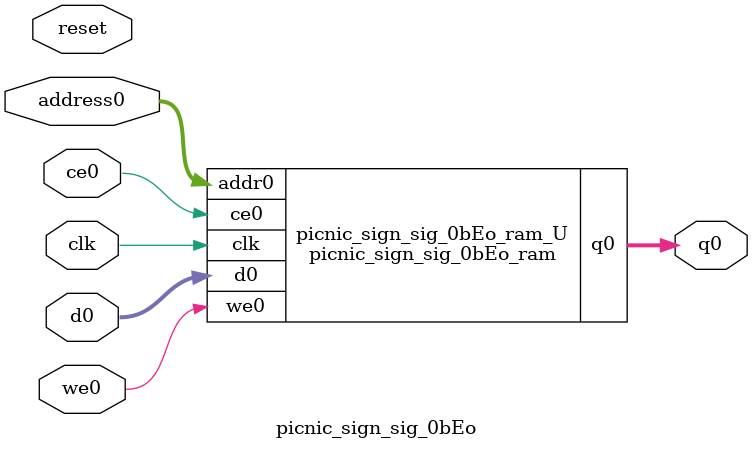
<source format=v>
`timescale 1 ns / 1 ps
module picnic_sign_sig_0bEo_ram (addr0, ce0, d0, we0, q0,  clk);

parameter DWIDTH = 32;
parameter AWIDTH = 10;
parameter MEM_SIZE = 876;

input[AWIDTH-1:0] addr0;
input ce0;
input[DWIDTH-1:0] d0;
input we0;
output reg[DWIDTH-1:0] q0;
input clk;

(* ram_style = "block" *)reg [DWIDTH-1:0] ram[0:MEM_SIZE-1];




always @(posedge clk)  
begin 
    if (ce0) begin
        if (we0) 
            ram[addr0] <= d0; 
        q0 <= ram[addr0];
    end
end


endmodule

`timescale 1 ns / 1 ps
module picnic_sign_sig_0bEo(
    reset,
    clk,
    address0,
    ce0,
    we0,
    d0,
    q0);

parameter DataWidth = 32'd32;
parameter AddressRange = 32'd876;
parameter AddressWidth = 32'd10;
input reset;
input clk;
input[AddressWidth - 1:0] address0;
input ce0;
input we0;
input[DataWidth - 1:0] d0;
output[DataWidth - 1:0] q0;



picnic_sign_sig_0bEo_ram picnic_sign_sig_0bEo_ram_U(
    .clk( clk ),
    .addr0( address0 ),
    .ce0( ce0 ),
    .we0( we0 ),
    .d0( d0 ),
    .q0( q0 ));

endmodule


</source>
